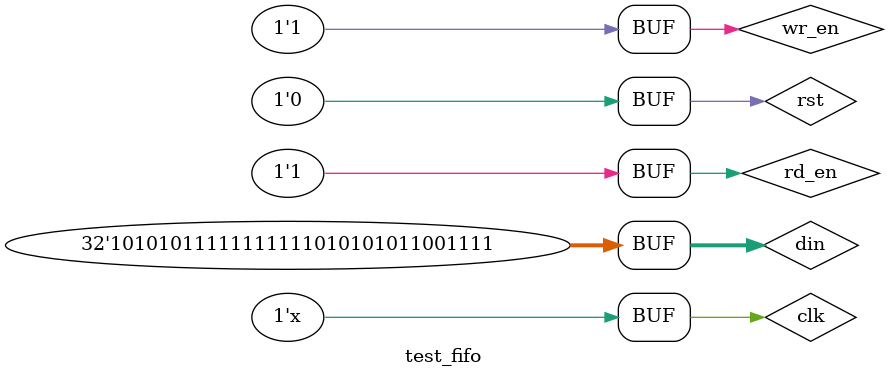
<source format=v>
`timescale 1ns / 1ps


module test_fifo;

	// Inputs
	reg clk;
	reg rst;
	reg [31:0] din;
	reg wr_en;
	reg rd_en;

	// Outputs
	wire [31:0] dout;
	wire full;
	wire almost_full;
	wire empty;
	wire almost_empty;

	// Instantiate the Unit Under Test (UUT)
	FiFo uut (
		.clk(clk), 
		.rst(rst), 
		.din(din), 
		.wr_en(wr_en), 
		.rd_en(rd_en), 
		.dout(dout), 
		.full(full), 
		.almost_full(almost_full), 
		.empty(empty), 
		.almost_empty(almost_empty)
	);

	initial begin
		// Initialize Inputs
		clk = 0;
		rst = 0;
		din = 0;
		wr_en = 0;
		rd_en = 0;
	end
	
	
   always  #20.834 clk <= ~clk;

		initial
		begin
		din <= 32'hABFFDECC;
		wr_en <= 1;
		#100
		din <= 32'hABFFAACF;
		#10
		rd_en <= 1;
		end	  
endmodule


</source>
